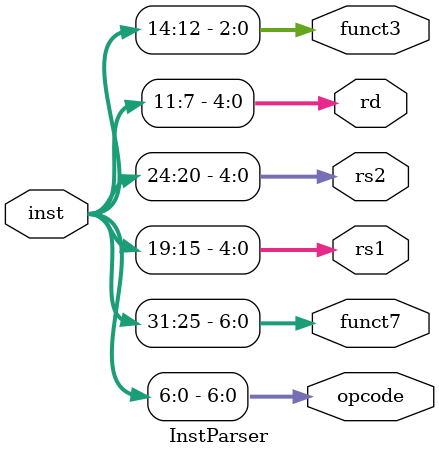
<source format=v>
module InstParser
(
	input [31:0] inst,
	output reg [6:0] opcode,funct7,
	output reg [4:0] rs1,rs2,rd,
	output reg [2:0] funct3	
);

always @(*) begin
	opcode = inst[6:0];
	rd = inst[11:7];
	funct3 = inst[14:12];
	rs1 = inst[19:15];
	rs2 = inst[24:20];
	funct7 = inst[31:25];
end

endmodule 
</source>
